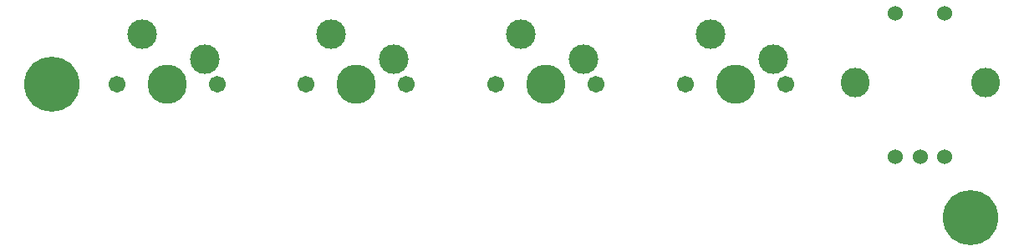
<source format=gbs>
G04 #@! TF.GenerationSoftware,KiCad,Pcbnew,6.0.11-2627ca5db0~126~ubuntu22.04.1*
G04 #@! TF.CreationDate,2024-06-10T15:46:39-04:00*
G04 #@! TF.ProjectId,io-board,696f2d62-6f61-4726-942e-6b696361645f,rev?*
G04 #@! TF.SameCoordinates,Original*
G04 #@! TF.FileFunction,Soldermask,Bot*
G04 #@! TF.FilePolarity,Negative*
%FSLAX46Y46*%
G04 Gerber Fmt 4.6, Leading zero omitted, Abs format (unit mm)*
G04 Created by KiCad (PCBNEW 6.0.11-2627ca5db0~126~ubuntu22.04.1) date 2024-06-10 15:46:39*
%MOMM*%
%LPD*%
G01*
G04 APERTURE LIST*
%ADD10C,5.600000*%
%ADD11C,1.524000*%
%ADD12O,2.900000X3.000000*%
%ADD13C,3.000000*%
%ADD14C,1.701800*%
%ADD15C,3.987800*%
G04 APERTURE END LIST*
D10*
X194372598Y-99740000D03*
D11*
X186800000Y-93550000D03*
X191800000Y-93550000D03*
X189300000Y-93550000D03*
X186800000Y-79050000D03*
X191800000Y-79050000D03*
D12*
X182700000Y-86050000D03*
X195900000Y-86050000D03*
D10*
X101372598Y-86230000D03*
D13*
X155212598Y-83670000D03*
D14*
X156482598Y-86210000D03*
X146322598Y-86210000D03*
D15*
X151402598Y-86210000D03*
D13*
X148862598Y-81130000D03*
X136012598Y-83670000D03*
D15*
X132202598Y-86210000D03*
D14*
X127122598Y-86210000D03*
X137282598Y-86210000D03*
D13*
X129662598Y-81130000D03*
D14*
X165532598Y-86210000D03*
D13*
X174422598Y-83670000D03*
D14*
X175692598Y-86210000D03*
D13*
X168072598Y-81130000D03*
D15*
X170612598Y-86210000D03*
D14*
X118102598Y-86209999D03*
D15*
X113022598Y-86209999D03*
D14*
X107942598Y-86209999D03*
D13*
X110482598Y-81129999D03*
X116832598Y-83669999D03*
M02*

</source>
